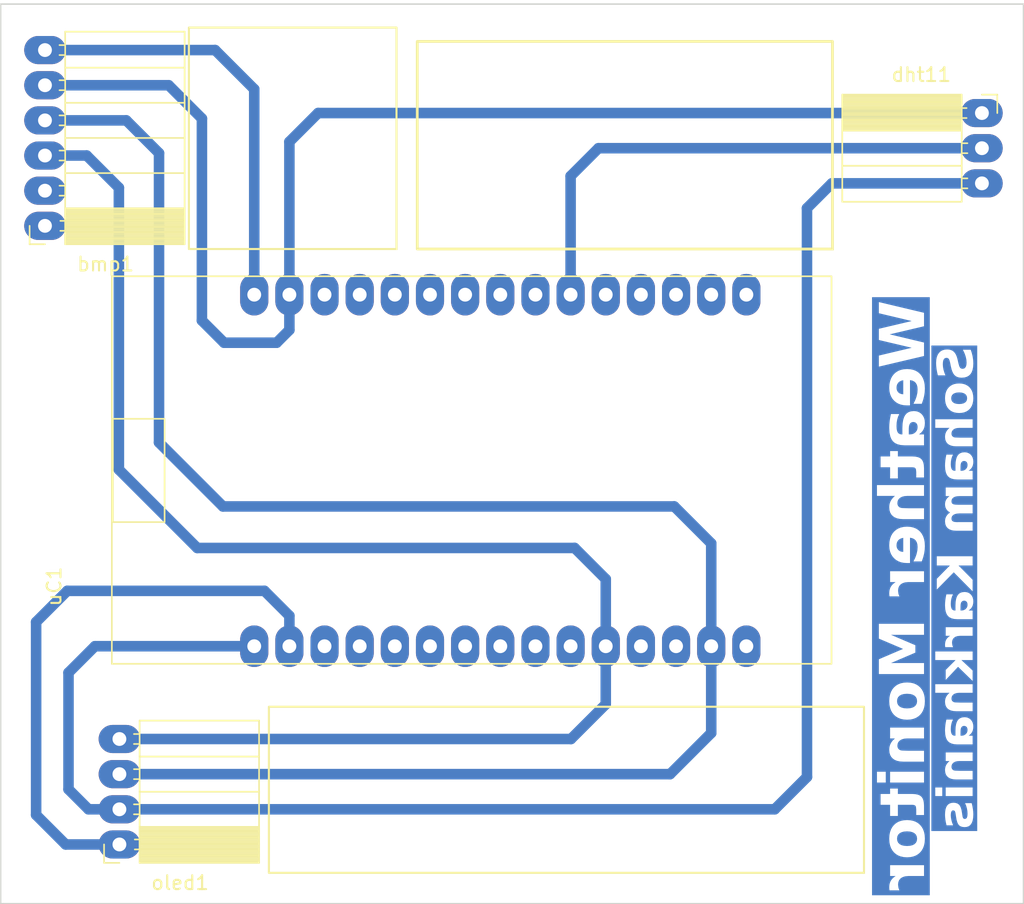
<source format=kicad_pcb>
(kicad_pcb (version 20221018) (generator pcbnew)
  (layers (0 "F.Cu" signal) (31 "B.Cu" signal) (34 "B.Paste" user) (35 "F.Paste" user) (36 "B.SilkS" user "B.Silkscreen") (37 "F.SilkS" user "F.Silkscreen") (38 "B.Mask" user) (39 "F.Mask" user) (44 "Edge.Cuts" user))
  (net 0 "")
  (net 1 "/SCL")
  (net 2 "/SDA")
  (net 3 "/5V")
  (net 4 "/GND")
  (net 5 "/DHT11")
  (net 20 "/3V3")
  (footprint "myComponents:ESP32_30_Pin" (layer "F.Cu") (at 118.533 116.67 90)
    (fp_text reference "uC1" (at 5.588 -4.167 90 unlocked) (layer "F.SilkS"))
    (fp_text value "ESP32_30_Pin")
    (fp_rect (start 0 0) (end 28 52) (stroke (width 0.12)) (fill none) (layer "F.SilkS"))
    (fp_rect (start 10.2385 0.07) (end 17.7015 3.81) (stroke (width 0.12)) (fill none) (layer "F.SilkS"))
    (pad "1" thru_hole oval (at 1.27 10.287 90) (size 3 2.032) (drill 1) (layers "*.Cu" "*.Mask") (net 20 "/3V3"))
    (pad "2" thru_hole oval (at 1.27 12.827 90) (size 3 2.032) (drill 1) (layers "*.Cu" "*.Mask") (net 4 "/GND"))
    (pad "3" thru_hole oval (at 1.27 15.367 90) (size 3 2.032) (drill 1) (layers "*.Cu" "*.Mask"))
    (pad "4" thru_hole oval (at 1.27 17.907 90) (size 3 2.032) (drill 1) (layers "*.Cu" "*.Mask"))
    (pad "5" thru_hole oval (at 1.27 20.447 90) (size 3 2.032) (drill 1) (layers "*.Cu" "*.Mask"))
    (pad "6" thru_hole oval (at 1.27 22.987 90) (size 3 2.032) (drill 1) (layers "*.Cu" "*.Mask"))
    (pad "7" thru_hole oval (at 1.27 25.527 90) (size 3 2.032) (drill 1) (layers "*.Cu" "*.Mask"))
    (pad "8" thru_hole oval (at 1.27 28.067 90) (size 3 2.032) (drill 1) (layers "*.Cu" "*.Mask"))
    (pad "9" thru_hole oval (at 1.27 30.607 90) (size 3 2.032) (drill 1) (layers "*.Cu" "*.Mask"))
    (pad "10" thru_hole oval (at 1.27 33.147 90) (size 3 2.032) (drill 1) (layers "*.Cu" "*.Mask"))
    (pad "11" thru_hole oval (at 1.27 35.687 90) (size 3 2.032) (drill 1) (layers "*.Cu" "*.Mask") (net 2 "/SDA"))
    (pad "12" thru_hole oval (at 1.27 38.227 90) (size 3 2.032) (drill 1) (layers "*.Cu" "*.Mask"))
    (pad "13" thru_hole oval (at 1.27 40.767 90) (size 3 2.032) (drill 1) (layers "*.Cu" "*.Mask"))
    (pad "14" thru_hole oval (at 1.27 43.307 90) (size 3 2.032) (drill 1) (layers "*.Cu" "*.Mask") (net 1 "/SCL"))
    (pad "15" thru_hole oval (at 1.27 45.847 90) (size 3 2.032) (drill 1) (layers "*.Cu" "*.Mask"))
    (pad "16" thru_hole oval (at 26.67 45.847 90) (size 3 2.032) (drill 1) (layers "*.Cu" "*.Mask"))
    (pad "17" thru_hole oval (at 26.67 43.307 90) (size 3 2.032) (drill 1) (layers "*.Cu" "*.Mask"))
    (pad "18" thru_hole oval (at 26.67 40.767 90) (size 3 2.032) (drill 1) (layers "*.Cu" "*.Mask"))
    (pad "19" thru_hole oval (at 26.67 38.227 90) (size 3 2.032) (drill 1) (layers "*.Cu" "*.Mask"))
    (pad "20" thru_hole oval (at 26.67 35.687 90) (size 3 2.032) (drill 1) (layers "*.Cu" "*.Mask"))
    (pad "21" thru_hole oval (at 26.67 33.147 90) (size 3 2.032) (drill 1) (layers "*.Cu" "*.Mask") (net 5 "/DHT11"))
    (pad "22" thru_hole oval (at 26.67 30.607 90) (size 3 2.032) (drill 1) (layers "*.Cu" "*.Mask"))
    (pad "23" thru_hole oval (at 26.67 28.067 90) (size 3 2.032) (drill 1) (layers "*.Cu" "*.Mask"))
    (pad "24" thru_hole oval (at 26.67 25.527 90) (size 3 2.032) (drill 1) (layers "*.Cu" "*.Mask"))
    (pad "25" thru_hole oval (at 26.67 22.987 90) (size 3 2.032) (drill 1) (layers "*.Cu" "*.Mask"))
    (pad "26" thru_hole oval (at 26.67 20.447 90) (size 3 2.032) (drill 1) (layers "*.Cu" "*.Mask"))
    (pad "27" thru_hole oval (at 26.67 17.907 90) (size 3 2.032) (drill 1) (layers "*.Cu" "*.Mask"))
    (pad "28" thru_hole oval (at 26.67 15.367 90) (size 3 2.032) (drill 1) (layers "*.Cu" "*.Mask"))
    (pad "29" thru_hole oval (at 26.67 12.827 90) (size 3 2.032) (drill 1) (layers "*.Cu" "*.Mask") (net 4 "/GND"))
    (pad "30" thru_hole oval (at 26.67 10.287 90) (size 3 2.032) (drill 1) (layers "*.Cu" "*.Mask") (net 3 "/5V"))
  )
  (footprint "Connector_PinSocket_2.54mm:PinSocket_1x04_P2.54mm_Horizontal" (layer "F.Cu") (at 119.078613 129.724177 180)
    (fp_text reference "oled1" (at -4.38 -2.77) (layer "F.SilkS"))
    (fp_text value "Conn_01x04_Male")
    (fp_line (start -10.09 -1.33) (end -10.09 8.95) (stroke (width 0.12)) (layer "F.SilkS"))
    (fp_line (start -10.09 -1.33) (end -1.46 -1.33) (stroke (width 0.12)) (layer "F.SilkS"))
    (fp_line (start -10.09 -1.21) (end -1.46 -1.21) (stroke (width 0.12)) (layer "F.SilkS"))
    (fp_line (start -10.09 -1.091905) (end -1.46 -1.091905) (stroke (width 0.12)) (layer "F.SilkS"))
    (fp_line (start -10.09 -0.97381) (end -1.46 -0.97381) (stroke (width 0.12)) (layer "F.SilkS"))
    (fp_line (start -10.09 -0.855715) (end -1.46 -0.855715) (stroke (width 0.12)) (layer "F.SilkS"))
    (fp_line (start -10.09 -0.73762) (end -1.46 -0.73762) (stroke (width 0.12)) (layer "F.SilkS"))
    (fp_line (start -10.09 -0.619525) (end -1.46 -0.619525) (stroke (width 0.12)) (layer "F.SilkS"))
    (fp_line (start -10.09 -0.50143) (end -1.46 -0.50143) (stroke (width 0.12)) (layer "F.SilkS"))
    (fp_line (start -10.09 -0.383335) (end -1.46 -0.383335) (stroke (width 0.12)) (layer "F.SilkS"))
    (fp_line (start -10.09 -0.26524) (end -1.46 -0.26524) (stroke (width 0.12)) (layer "F.SilkS"))
    (fp_line (start -10.09 -0.147145) (end -1.46 -0.147145) (stroke (width 0.12)) (layer "F.SilkS"))
    (fp_line (start -10.09 -0.02905) (end -1.46 -0.02905) (stroke (width 0.12)) (layer "F.SilkS"))
    (fp_line (start -10.09 0.089045) (end -1.46 0.089045) (stroke (width 0.12)) (layer "F.SilkS"))
    (fp_line (start -10.09 0.20714) (end -1.46 0.20714) (stroke (width 0.12)) (layer "F.SilkS"))
    (fp_line (start -10.09 0.325235) (end -1.46 0.325235) (stroke (width 0.12)) (layer "F.SilkS"))
    (fp_line (start -10.09 0.44333) (end -1.46 0.44333) (stroke (width 0.12)) (layer "F.SilkS"))
    (fp_line (start -10.09 0.561425) (end -1.46 0.561425) (stroke (width 0.12)) (layer "F.SilkS"))
    (fp_line (start -10.09 0.67952) (end -1.46 0.67952) (stroke (width 0.12)) (layer "F.SilkS"))
    (fp_line (start -10.09 0.797615) (end -1.46 0.797615) (stroke (width 0.12)) (layer "F.SilkS"))
    (fp_line (start -10.09 0.91571) (end -1.46 0.91571) (stroke (width 0.12)) (layer "F.SilkS"))
    (fp_line (start -10.09 1.033805) (end -1.46 1.033805) (stroke (width 0.12)) (layer "F.SilkS"))
    (fp_line (start -10.09 1.1519) (end -1.46 1.1519) (stroke (width 0.12)) (layer "F.SilkS"))
    (fp_line (start -10.09 1.27) (end -1.46 1.27) (stroke (width 0.12)) (layer "F.SilkS"))
    (fp_line (start -10.09 3.81) (end -1.46 3.81) (stroke (width 0.12)) (layer "F.SilkS"))
    (fp_line (start -10.09 6.35) (end -1.46 6.35) (stroke (width 0.12)) (layer "F.SilkS"))
    (fp_line (start -10.09 8.95) (end -1.46 8.95) (stroke (width 0.12)) (layer "F.SilkS"))
    (fp_line (start -1.46 -1.33) (end -1.46 8.95) (stroke (width 0.12)) (layer "F.SilkS"))
    (fp_line (start -1.46 -0.36) (end -1.11 -0.36) (stroke (width 0.12)) (layer "F.SilkS"))
    (fp_line (start -1.46 0.36) (end -1.11 0.36) (stroke (width 0.12)) (layer "F.SilkS"))
    (fp_line (start -1.46 2.18) (end -1.05 2.18) (stroke (width 0.12)) (layer "F.SilkS"))
    (fp_line (start -1.46 2.9) (end -1.05 2.9) (stroke (width 0.12)) (layer "F.SilkS"))
    (fp_line (start -1.46 4.72) (end -1.05 4.72) (stroke (width 0.12)) (layer "F.SilkS"))
    (fp_line (start -1.46 5.44) (end -1.05 5.44) (stroke (width 0.12)) (layer "F.SilkS"))
    (fp_line (start -1.46 7.26) (end -1.05 7.26) (stroke (width 0.12)) (layer "F.SilkS"))
    (fp_line (start -1.46 7.98) (end -1.05 7.98) (stroke (width 0.12)) (layer "F.SilkS"))
    (fp_line (start 0 -1.33) (end 1.11 -1.33) (stroke (width 0.12)) (layer "F.SilkS"))
    (fp_line (start 1.11 -1.33) (end 1.11 0) (stroke (width 0.12)) (layer "F.SilkS"))
    (pad "1" thru_hole oval (at 0 0 180) (size 3 2.032) (drill 1) (layers "*.Cu" "*.Mask") (net 4 "/GND"))
    (pad "2" thru_hole oval (at 0 2.54 180) (size 3 2.032) (drill 1) (layers "*.Cu" "*.Mask") (net 20 "/3V3"))
    (pad "3" thru_hole oval (at 0 5.08 180) (size 3 2.032) (drill 1) (layers "*.Cu" "*.Mask") (net 1 "/SCL"))
    (pad "4" thru_hole oval (at 0 7.62 180) (size 3 2.032) (drill 1) (layers "*.Cu" "*.Mask") (net 2 "/SDA"))
  )
  (footprint "Connector_PinSocket_2.54mm:PinSocket_1x03_P2.54mm_Horizontal" (layer "F.Cu") (at 181.4 76.875001)
    (fp_text reference "dht11" (at -4.38 -2.77) (layer "F.SilkS"))
    (fp_text value "Conn_01x03_Pin")
    (fp_line (start -10.09 -1.33) (end -10.09 6.41) (stroke (width 0.12)) (layer "F.SilkS"))
    (fp_line (start -10.09 -1.33) (end -1.46 -1.33) (stroke (width 0.12)) (layer "F.SilkS"))
    (fp_line (start -10.09 -1.21) (end -1.46 -1.21) (stroke (width 0.12)) (layer "F.SilkS"))
    (fp_line (start -10.09 -1.091905) (end -1.46 -1.091905) (stroke (width 0.12)) (layer "F.SilkS"))
    (fp_line (start -10.09 -0.97381) (end -1.46 -0.97381) (stroke (width 0.12)) (layer "F.SilkS"))
    (fp_line (start -10.09 -0.855715) (end -1.46 -0.855715) (stroke (width 0.12)) (layer "F.SilkS"))
    (fp_line (start -10.09 -0.73762) (end -1.46 -0.73762) (stroke (width 0.12)) (layer "F.SilkS"))
    (fp_line (start -10.09 -0.619525) (end -1.46 -0.619525) (stroke (width 0.12)) (layer "F.SilkS"))
    (fp_line (start -10.09 -0.50143) (end -1.46 -0.50143) (stroke (width 0.12)) (layer "F.SilkS"))
    (fp_line (start -10.09 -0.383335) (end -1.46 -0.383335) (stroke (width 0.12)) (layer "F.SilkS"))
    (fp_line (start -10.09 -0.26524) (end -1.46 -0.26524) (stroke (width 0.12)) (layer "F.SilkS"))
    (fp_line (start -10.09 -0.147145) (end -1.46 -0.147145) (stroke (width 0.12)) (layer "F.SilkS"))
    (fp_line (start -10.09 -0.02905) (end -1.46 -0.02905) (stroke (width 0.12)) (layer "F.SilkS"))
    (fp_line (start -10.09 0.089045) (end -1.46 0.089045) (stroke (width 0.12)) (layer "F.SilkS"))
    (fp_line (start -10.09 0.20714) (end -1.46 0.20714) (stroke (width 0.12)) (layer "F.SilkS"))
    (fp_line (start -10.09 0.325235) (end -1.46 0.325235) (stroke (width 0.12)) (layer "F.SilkS"))
    (fp_line (start -10.09 0.44333) (end -1.46 0.44333) (stroke (width 0.12)) (layer "F.SilkS"))
    (fp_line (start -10.09 0.561425) (end -1.46 0.561425) (stroke (width 0.12)) (layer "F.SilkS"))
    (fp_line (start -10.09 0.67952) (end -1.46 0.67952) (stroke (width 0.12)) (layer "F.SilkS"))
    (fp_line (start -10.09 0.797615) (end -1.46 0.797615) (stroke (width 0.12)) (layer "F.SilkS"))
    (fp_line (start -10.09 0.91571) (end -1.46 0.91571) (stroke (width 0.12)) (layer "F.SilkS"))
    (fp_line (start -10.09 1.033805) (end -1.46 1.033805) (stroke (width 0.12)) (layer "F.SilkS"))
    (fp_line (start -10.09 1.1519) (end -1.46 1.1519) (stroke (width 0.12)) (layer "F.SilkS"))
    (fp_line (start -10.09 1.27) (end -1.46 1.27) (stroke (width 0.12)) (layer "F.SilkS"))
    (fp_line (start -10.09 3.81) (end -1.46 3.81) (stroke (width 0.12)) (layer "F.SilkS"))
    (fp_line (start -10.09 6.41) (end -1.46 6.41) (stroke (width 0.12)) (layer "F.SilkS"))
    (fp_line (start -1.46 -1.33) (end -1.46 6.41) (stroke (width 0.12)) (layer "F.SilkS"))
    (fp_line (start -1.46 -0.36) (end -1.11 -0.36) (stroke (width 0.12)) (layer "F.SilkS"))
    (fp_line (start -1.46 0.36) (end -1.11 0.36) (stroke (width 0.12)) (layer "F.SilkS"))
    (fp_line (start -1.46 2.18) (end -1.05 2.18) (stroke (width 0.12)) (layer "F.SilkS"))
    (fp_line (start -1.46 2.9) (end -1.05 2.9) (stroke (width 0.12)) (layer "F.SilkS"))
    (fp_line (start -1.46 4.72) (end -1.05 4.72) (stroke (width 0.12)) (layer "F.SilkS"))
    (fp_line (start -1.46 5.44) (end -1.05 5.44) (stroke (width 0.12)) (layer "F.SilkS"))
    (fp_line (start 0 -1.33) (end 1.11 -1.33) (stroke (width 0.12)) (layer "F.SilkS"))
    (fp_line (start 1.11 -1.33) (end 1.11 0) (stroke (width 0.12)) (layer "F.SilkS"))
    (pad "1" thru_hole oval (at 0 0) (size 3 2.032) (drill 1) (layers "*.Cu" "*.Mask") (net 4 "/GND"))
    (pad "2" thru_hole oval (at 0 2.54) (size 3 2.032) (drill 1) (layers "*.Cu" "*.Mask") (net 5 "/DHT11"))
    (pad "3" thru_hole oval (at 0 5.08) (size 3 2.032) (drill 1) (layers "*.Cu" "*.Mask") (net 20 "/3V3"))
  )
  (footprint "Connector_PinSocket_2.54mm:PinSocket_1x06_P2.54mm_Horizontal" (layer "F.Cu") (at 113.700001 85.025 180)
    (fp_text reference "bmp1" (at -4.38 -2.77) (layer "F.SilkS"))
    (fp_text value "Conn_01x06_Pin")
    (fp_line (start -10.09 -1.33) (end -10.09 14.03) (stroke (width 0.12)) (layer "F.SilkS"))
    (fp_line (start -10.09 -1.33) (end -1.46 -1.33) (stroke (width 0.12)) (layer "F.SilkS"))
    (fp_line (start -10.09 -1.21) (end -1.46 -1.21) (stroke (width 0.12)) (layer "F.SilkS"))
    (fp_line (start -10.09 -1.091905) (end -1.46 -1.091905) (stroke (width 0.12)) (layer "F.SilkS"))
    (fp_line (start -10.09 -0.97381) (end -1.46 -0.97381) (stroke (width 0.12)) (layer "F.SilkS"))
    (fp_line (start -10.09 -0.855715) (end -1.46 -0.855715) (stroke (width 0.12)) (layer "F.SilkS"))
    (fp_line (start -10.09 -0.73762) (end -1.46 -0.73762) (stroke (width 0.12)) (layer "F.SilkS"))
    (fp_line (start -10.09 -0.619525) (end -1.46 -0.619525) (stroke (width 0.12)) (layer "F.SilkS"))
    (fp_line (start -10.09 -0.50143) (end -1.46 -0.50143) (stroke (width 0.12)) (layer "F.SilkS"))
    (fp_line (start -10.09 -0.383335) (end -1.46 -0.383335) (stroke (width 0.12)) (layer "F.SilkS"))
    (fp_line (start -10.09 -0.26524) (end -1.46 -0.26524) (stroke (width 0.12)) (layer "F.SilkS"))
    (fp_line (start -10.09 -0.147145) (end -1.46 -0.147145) (stroke (width 0.12)) (layer "F.SilkS"))
    (fp_line (start -10.09 -0.02905) (end -1.46 -0.02905) (stroke (width 0.12)) (layer "F.SilkS"))
    (fp_line (start -10.09 0.089045) (end -1.46 0.089045) (stroke (width 0.12)) (layer "F.SilkS"))
    (fp_line (start -10.09 0.20714) (end -1.46 0.20714) (stroke (width 0.12)) (layer "F.SilkS"))
    (fp_line (start -10.09 0.325235) (end -1.46 0.325235) (stroke (width 0.12)) (layer "F.SilkS"))
    (fp_line (start -10.09 0.44333) (end -1.46 0.44333) (stroke (width 0.12)) (layer "F.SilkS"))
    (fp_line (start -10.09 0.561425) (end -1.46 0.561425) (stroke (width 0.12)) (layer "F.SilkS"))
    (fp_line (start -10.09 0.67952) (end -1.46 0.67952) (stroke (width 0.12)) (layer "F.SilkS"))
    (fp_line (start -10.09 0.797615) (end -1.46 0.797615) (stroke (width 0.12)) (layer "F.SilkS"))
    (fp_line (start -10.09 0.91571) (end -1.46 0.91571) (stroke (width 0.12)) (layer "F.SilkS"))
    (fp_line (start -10.09 1.033805) (end -1.46 1.033805) (stroke (width 0.12)) (layer "F.SilkS"))
    (fp_line (start -10.09 1.1519) (end -1.46 1.1519) (stroke (width 0.12)) (layer "F.SilkS"))
    (fp_line (start -10.09 1.27) (end -1.46 1.27) (stroke (width 0.12)) (layer "F.SilkS"))
    (fp_line (start -10.09 3.81) (end -1.46 3.81) (stroke (width 0.12)) (layer "F.SilkS"))
    (fp_line (start -10.09 6.35) (end -1.46 6.35) (stroke (width 0.12)) (layer "F.SilkS"))
    (fp_line (start -10.09 8.89) (end -1.46 8.89) (stroke (width 0.12)) (layer "F.SilkS"))
    (fp_line (start -10.09 11.43) (end -1.46 11.43) (stroke (width 0.12)) (layer "F.SilkS"))
    (fp_line (start -10.09 14.03) (end -1.46 14.03) (stroke (width 0.12)) (layer "F.SilkS"))
    (fp_line (start -1.46 -1.33) (end -1.46 14.03) (stroke (width 0.12)) (layer "F.SilkS"))
    (fp_line (start -1.46 -0.36) (end -1.11 -0.36) (stroke (width 0.12)) (layer "F.SilkS"))
    (fp_line (start -1.46 0.36) (end -1.11 0.36) (stroke (width 0.12)) (layer "F.SilkS"))
    (fp_line (start -1.46 2.18) (end -1.05 2.18) (stroke (width 0.12)) (layer "F.SilkS"))
    (fp_line (start -1.46 2.9) (end -1.05 2.9) (stroke (width 0.12)) (layer "F.SilkS"))
    (fp_line (start -1.46 4.72) (end -1.05 4.72) (stroke (width 0.12)) (layer "F.SilkS"))
    (fp_line (start -1.46 5.44) (end -1.05 5.44) (stroke (width 0.12)) (layer "F.SilkS"))
    (fp_line (start -1.46 7.26) (end -1.05 7.26) (stroke (width 0.12)) (layer "F.SilkS"))
    (fp_line (start -1.46 7.98) (end -1.05 7.98) (stroke (width 0.12)) (layer "F.SilkS"))
    (fp_line (start -1.46 9.8) (end -1.05 9.8) (stroke (width 0.12)) (layer "F.SilkS"))
    (fp_line (start -1.46 10.52) (end -1.05 10.52) (stroke (width 0.12)) (layer "F.SilkS"))
    (fp_line (start -1.46 12.34) (end -1.05 12.34) (stroke (width 0.12)) (layer "F.SilkS"))
    (fp_line (start -1.46 13.06) (end -1.05 13.06) (stroke (width 0.12)) (layer "F.SilkS"))
    (fp_line (start 0 -1.33) (end 1.11 -1.33) (stroke (width 0.12)) (layer "F.SilkS"))
    (fp_line (start 1.11 -1.33) (end 1.11 0) (stroke (width 0.12)) (layer "F.SilkS"))
    (pad "1" thru_hole oval (at 0 0 180) (size 3 2.032) (drill 1) (layers "*.Cu" "*.Mask"))
    (pad "2" thru_hole oval (at 0 2.54 180) (size 3 2.032) (drill 1) (layers "*.Cu" "*.Mask"))
    (pad "3" thru_hole oval (at 0 5.08 180) (size 3 2.032) (drill 1) (layers "*.Cu" "*.Mask") (net 2 "/SDA"))
    (pad "4" thru_hole oval (at 0 7.62 180) (size 3 2.032) (drill 1) (layers "*.Cu" "*.Mask") (net 1 "/SCL"))
    (pad "5" thru_hole oval (at 0 10.16 180) (size 3 2.032) (drill 1) (layers "*.Cu" "*.Mask") (net 4 "/GND"))
    (pad "6" thru_hole oval (at 0 12.7 180) (size 3 2.032) (drill 1) (layers "*.Cu" "*.Mask") (net 3 "/5V"))
  )
  (gr_poly (pts (xy 124.1 86.7) (xy 124.1 70.7) (xy 139.1 70.7) (xy 139.1 86.7)) (stroke (width 0.15)) (fill none) (layer "F.SilkS"))
  (gr_poly (pts (xy 129.878611 119.774178) (xy 172.878612 119.774178) (xy 172.878611 131.774178) (xy 129.878611 131.774178)) (stroke (width 0.15)) (fill none) (layer "F.SilkS"))
  (gr_poly (pts (xy 170.599999 71.7) (xy 170.6 86.7) (xy 140.599999 86.699999) (xy 140.6 71.700001)) (stroke (width 0.2)) (fill none) (layer "F.SilkS"))
  (gr_poly (pts (xy 184.4 134) (xy 110.5 134) (xy 110.5 69) (xy 184.4 69)) (stroke (width 0.1)) (fill none) (layer "Edge.Cuts"))
  (gr_text "Soham Karkhanis" (at 181.16 93.7 90) (layer "B.Cu" knockout) (effects (font (size 2.54 2.54) (thickness 0.3048) bold) (justify left bottom mirror)))
  (gr_text "Weather Monitor" (at 177.76 90.4 90) (layer "B.Cu" knockout) (effects (font (size 3.2 3.2) (thickness 0.508) bold) (justify left bottom mirror)))
  (segment (start 159.169999 105.3) (end 161.84 107.970001) (width 0.762) (layer "B.Cu") (net 1))
  (segment (start 121.94 79.770001) (end 121.94 100.68) (width 0.762) (layer "B.Cu") (net 1))
  (segment (start 161.84 121.670001) (end 158.865824 124.644177) (width 0.762) (layer "B.Cu") (net 1))
  (segment (start 161.84 107.970001) (end 161.84 121.670001) (width 0.762) (layer "B.Cu") (net 1))
  (segment (start 113.7 77.405) (end 119.574999 77.405) (width 0.762) (layer "B.Cu") (net 1))
  (segment (start 119.574999 77.405) (end 121.94 79.770001) (width 0.762) (layer "B.Cu") (net 1))
  (segment (start 121.94 100.68) (end 126.56 105.3) (width 0.762) (layer "B.Cu") (net 1))
  (segment (start 126.56 105.3) (end 159.169999 105.3) (width 0.762) (layer "B.Cu") (net 1))
  (segment (start 158.865824 124.644177) (end 119.078613 124.644177) (width 0.762) (layer "B.Cu") (net 1))
  (segment (start 151.969999 108.3) (end 124.7 108.3) (width 0.762) (layer "B.Cu") (net 2))
  (segment (start 124.7 108.3) (end 119.04 102.64) (width 0.762) (layer "B.Cu") (net 2))
  (segment (start 119.04 82.270001) (end 116.714999 79.945) (width 0.762) (layer "B.Cu") (net 2))
  (segment (start 151.705824 122.104177) (end 154.22 119.590001) (width 0.762) (layer "B.Cu") (net 2))
  (segment (start 116.714999 79.945) (end 113.699999 79.945) (width 0.762) (layer "B.Cu") (net 2))
  (segment (start 154.22 110.550001) (end 151.969999 108.3) (width 0.762) (layer "B.Cu") (net 2))
  (segment (start 154.22 119.590001) (end 154.22 115.4) (width 0.762) (layer "B.Cu") (net 2))
  (segment (start 119.078613 122.104177) (end 151.705824 122.104177) (width 0.762) (layer "B.Cu") (net 2))
  (segment (start 154.22 115.4) (end 154.22 110.550001) (width 0.762) (layer "B.Cu") (net 2))
  (segment (start 119.04 102.64) (end 119.04 82.270001) (width 0.762) (layer "B.Cu") (net 2))
  (segment (start 125.994999 72.325) (end 128.82 75.150001) (width 0.762) (layer "B.Cu") (net 3))
  (segment (start 128.82 75.150001) (end 128.82 90.000001) (width 0.762) (layer "B.Cu") (net 3))
  (segment (start 113.7 72.325) (end 125.994999 72.325) (width 0.762) (layer "B.Cu") (net 3))
  (segment (start 113.700001 74.865) (end 122.634999 74.865) (width 0.762) (layer "B.Cu") (net 4))
  (segment (start 113.06 127.590001) (end 115.194176 129.724177) (width 0.762) (layer "B.Cu") (net 4))
  (segment (start 115.310001 111.4) (end 113.06 113.650001) (width 0.762) (layer "B.Cu") (net 4))
  (segment (start 115.194176 129.724177) (end 119.078613 129.724177) (width 0.762) (layer "B.Cu") (net 4))
  (segment (start 131.36 78.950001) (end 131.36 90) (width 0.762) (layer "B.Cu") (net 4))
  (segment (start 130.44 93.470001) (end 131.36 92.550001) (width 0.762) (layer "B.Cu") (net 4))
  (segment (start 129.56 111.4) (end 115.310001 111.4) (width 0.762) (layer "B.Cu") (net 4))
  (segment (start 131.36 115.4) (end 131.36 113.2) (width 0.762) (layer "B.Cu") (net 4))
  (segment (start 126.64 93.470001) (end 130.44 93.470001) (width 0.762) (layer "B.Cu") (net 4))
  (segment (start 133.435 76.875001) (end 131.36 78.950001) (width 0.762) (layer "B.Cu") (net 4))
  (segment (start 125.04 77.270001) (end 125.04 91.870001) (width 0.762) (layer "B.Cu") (net 4))
  (segment (start 131.36 92.550001) (end 131.36 90) (width 0.762) (layer "B.Cu") (net 4))
  (segment (start 122.634999 74.865) (end 125.04 77.270001) (width 0.762) (layer "B.Cu") (net 4))
  (segment (start 131.36 113.2) (end 129.56 111.4) (width 0.762) (layer "B.Cu") (net 4))
  (segment (start 181.4 76.875001) (end 133.435 76.875001) (width 0.762) (layer "B.Cu") (net 4))
  (segment (start 125.04 91.870001) (end 126.64 93.470001) (width 0.762) (layer "B.Cu") (net 4))
  (segment (start 113.06 113.650001) (end 113.06 127.590001) (width 0.762) (layer "B.Cu") (net 4))
  (segment (start 181.4 79.415) (end 153.695001 79.415) (width 0.762) (layer "B.Cu") (net 5))
  (segment (start 153.695001 79.415) (end 151.68 81.430001) (width 0.762) (layer "B.Cu") (net 5))
  (segment (start 151.68 81.430001) (end 151.68 90.000001) (width 0.762) (layer "B.Cu") (net 5))
  (segment (start 117.310001 115.4) (end 115.4 117.310001) (width 0.762) (layer "B.Cu") (net 20))
  (segment (start 168.76 83.750001) (end 170.555 81.955001) (width 0.762) (layer "B.Cu") (net 20))
  (segment (start 119.078613 127.184177) (end 166.425824 127.184177) (width 0.762) (layer "B.Cu") (net 20))
  (segment (start 115.4 125.74) (end 116.844177 127.184177) (width 0.762) (layer "B.Cu") (net 20))
  (segment (start 115.4 117.310001) (end 115.4 125.74) (width 0.762) (layer "B.Cu") (net 20))
  (segment (start 170.555 81.955001) (end 181.4 81.955001) (width 0.762) (layer "B.Cu") (net 20))
  (segment (start 166.425824 127.184177) (end 168.76 124.850001) (width 0.762) (layer "B.Cu") (net 20))
  (segment (start 168.76 124.850001) (end 168.76 83.750001) (width 0.762) (layer "B.Cu") (net 20))
  (segment (start 128.82 115.4) (end 117.310001 115.4) (width 0.762) (layer "B.Cu") (net 20))
  (segment (start 116.844177 127.184177) (end 119.078613 127.184177) (width 0.762) (layer "B.Cu") (net 20))
)
</source>
